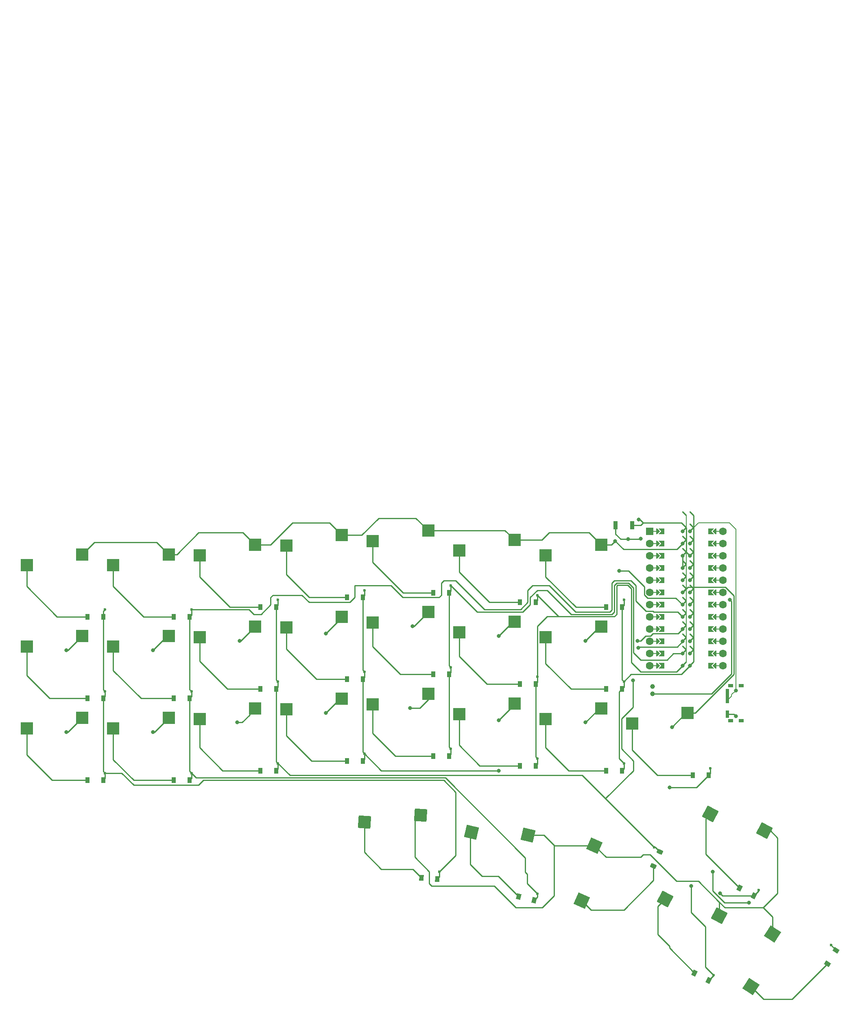
<source format=gbr>
%TF.GenerationSoftware,KiCad,Pcbnew,6.0.7*%
%TF.CreationDate,2022-09-15T23:21:11-04:00*%
%TF.ProjectId,flutter_v2_wren,666c7574-7465-4725-9f76-325f7772656e,v1.0.0*%
%TF.SameCoordinates,Original*%
%TF.FileFunction,Copper,L1,Top*%
%TF.FilePolarity,Positive*%
%FSLAX46Y46*%
G04 Gerber Fmt 4.6, Leading zero omitted, Abs format (unit mm)*
G04 Created by KiCad (PCBNEW 6.0.7) date 2022-09-15 23:21:11*
%MOMM*%
%LPD*%
G01*
G04 APERTURE LIST*
G04 Aperture macros list*
%AMRotRect*
0 Rectangle, with rotation*
0 The origin of the aperture is its center*
0 $1 length*
0 $2 width*
0 $3 Rotation angle, in degrees counterclockwise*
0 Add horizontal line*
21,1,$1,$2,0,0,$3*%
%AMFreePoly0*
4,1,49,0.088388,4.152388,0.854389,3.386388,0.867708,3.368551,0.871189,3.365530,0.871982,3.362827,0.875852,3.357644,0.882333,3.327543,0.891000,3.298000,0.891000,0.766000,0.887805,0.743969,0.888131,0.739371,0.886780,0.736898,0.885852,0.730498,0.869154,0.704638,0.854389,0.677612,0.088388,-0.088388,0.064607,-0.106146,0.062500,-0.108253,0.061385,-0.108552,0.059644,-0.109852,
0.043810,-0.113261,0.000000,-0.125000,-0.004774,-0.123721,-0.009154,-0.124664,-0.028953,-0.117242,-0.062500,-0.108253,-0.068237,-0.102516,-0.075052,-0.099961,-0.087614,-0.083139,-0.108253,-0.062500,-0.111178,-0.051584,-0.117161,-0.043572,-0.118539,-0.024114,-0.125000,0.000000,-0.121239,0.014035,-0.122131,0.026629,-0.113759,0.041953,-0.108253,0.062500,-0.095642,0.075111,-0.088388,0.088388,
0.641000,0.817777,0.641000,3.246223,-0.088388,3.975612,-0.109852,4.004356,-0.124664,4.073154,-0.099961,4.139052,-0.043572,4.181161,0.026629,4.186131,0.088388,4.152388,0.088388,4.152388,$1*%
%AMFreePoly1*
4,1,6,0.600000,0.200000,0.000000,-0.400000,-0.600000,0.200000,-0.600000,0.400000,0.600000,0.400000,0.600000,0.200000,0.600000,0.200000,$1*%
%AMFreePoly2*
4,1,6,0.600000,-0.250000,-0.600000,-0.250000,-0.600000,1.000000,0.000000,0.400000,0.600000,1.000000,0.600000,-0.250000,0.600000,-0.250000,$1*%
%AMFreePoly3*
4,1,5,0.125000,-0.500000,-0.125000,-0.500000,-0.125000,0.500000,0.125000,0.500000,0.125000,-0.500000,0.125000,-0.500000,$1*%
%AMFreePoly4*
4,1,49,0.088388,4.152388,0.850389,3.390388,0.863708,3.372551,0.867189,3.369530,0.867982,3.366827,0.871852,3.361644,0.878333,3.331543,0.887000,3.302000,0.887000,0.762000,0.883805,0.739969,0.884131,0.735371,0.882780,0.732898,0.881852,0.726498,0.865154,0.700638,0.850389,0.673612,0.088388,-0.088388,0.064607,-0.106146,0.062500,-0.108253,0.061385,-0.108552,0.059644,-0.109852,
0.043810,-0.113261,0.000000,-0.125000,-0.004774,-0.123721,-0.009154,-0.124664,-0.028953,-0.117242,-0.062500,-0.108253,-0.068237,-0.102516,-0.075052,-0.099961,-0.087614,-0.083139,-0.108253,-0.062500,-0.111178,-0.051584,-0.117161,-0.043572,-0.118539,-0.024114,-0.125000,0.000000,-0.121239,0.014035,-0.122131,0.026629,-0.113759,0.041953,-0.108253,0.062500,-0.095642,0.075111,-0.088388,0.088388,
0.637000,0.813777,0.637000,3.250223,-0.088388,3.975612,-0.109852,4.004356,-0.124664,4.073154,-0.099961,4.139052,-0.043572,4.181161,0.026629,4.186131,0.088388,4.152388,0.088388,4.152388,$1*%
G04 Aperture macros list end*
%TA.AperFunction,SMDPad,CuDef*%
%ADD10R,2.600000X2.600000*%
%TD*%
%TA.AperFunction,SMDPad,CuDef*%
%ADD11R,0.900000X1.200000*%
%TD*%
%TA.AperFunction,ComponentPad*%
%ADD12C,0.600000*%
%TD*%
%TA.AperFunction,SMDPad,CuDef*%
%ADD13RotRect,2.600000X2.600000X66.000000*%
%TD*%
%TA.AperFunction,SMDPad,CuDef*%
%ADD14RotRect,0.900000X1.200000X246.000000*%
%TD*%
%TA.AperFunction,SMDPad,CuDef*%
%ADD15RotRect,2.600000X2.600000X332.000000*%
%TD*%
%TA.AperFunction,SMDPad,CuDef*%
%ADD16RotRect,0.900000X1.200000X152.000000*%
%TD*%
%TA.AperFunction,SMDPad,CuDef*%
%ADD17RotRect,2.600000X2.600000X57.000000*%
%TD*%
%TA.AperFunction,SMDPad,CuDef*%
%ADD18RotRect,0.900000X1.200000X237.000000*%
%TD*%
%TA.AperFunction,SMDPad,CuDef*%
%ADD19RotRect,2.600000X2.600000X356.000000*%
%TD*%
%TA.AperFunction,SMDPad,CuDef*%
%ADD20RotRect,0.900000X1.200000X176.000000*%
%TD*%
%TA.AperFunction,SMDPad,CuDef*%
%ADD21RotRect,2.600000X2.600000X346.500000*%
%TD*%
%TA.AperFunction,SMDPad,CuDef*%
%ADD22RotRect,0.900000X1.200000X166.500000*%
%TD*%
%TA.AperFunction,SMDPad,CuDef*%
%ADD23FreePoly0,270.000000*%
%TD*%
%TA.AperFunction,ComponentPad*%
%ADD24C,1.600000*%
%TD*%
%TA.AperFunction,SMDPad,CuDef*%
%ADD25FreePoly1,90.000000*%
%TD*%
%TA.AperFunction,SMDPad,CuDef*%
%ADD26FreePoly2,90.000000*%
%TD*%
%TA.AperFunction,SMDPad,CuDef*%
%ADD27FreePoly3,90.000000*%
%TD*%
%TA.AperFunction,ComponentPad*%
%ADD28R,1.600000X1.600000*%
%TD*%
%TA.AperFunction,SMDPad,CuDef*%
%ADD29FreePoly2,270.000000*%
%TD*%
%TA.AperFunction,SMDPad,CuDef*%
%ADD30FreePoly3,270.000000*%
%TD*%
%TA.AperFunction,SMDPad,CuDef*%
%ADD31FreePoly1,270.000000*%
%TD*%
%TA.AperFunction,SMDPad,CuDef*%
%ADD32FreePoly4,90.000000*%
%TD*%
%TA.AperFunction,ComponentPad*%
%ADD33C,0.800000*%
%TD*%
%TA.AperFunction,SMDPad,CuDef*%
%ADD34R,0.900000X1.700000*%
%TD*%
%TA.AperFunction,SMDPad,CuDef*%
%ADD35R,0.700000X1.500000*%
%TD*%
%TA.AperFunction,SMDPad,CuDef*%
%ADD36R,1.000000X0.800000*%
%TD*%
%TA.AperFunction,ComponentPad*%
%ADD37C,1.000000*%
%TD*%
%TA.AperFunction,ViaPad*%
%ADD38C,0.800000*%
%TD*%
%TA.AperFunction,Conductor*%
%ADD39C,0.250000*%
%TD*%
%TA.AperFunction,Conductor*%
%ADD40C,0.200000*%
%TD*%
G04 APERTURE END LIST*
D10*
%TO.P,S1,1*%
%TO.N,P2*%
X3275000Y5950000D03*
%TO.P,S1,2*%
%TO.N,D4*%
X-8275000Y3750000D03*
%TD*%
D11*
%TO.P,D1,1*%
%TO.N,P4*%
X7650000Y-7000000D03*
%TO.P,D1,2*%
%TO.N,D4*%
X4350000Y-7000000D03*
%TD*%
D12*
%TO.P,REF\u002A\u002A,1*%
%TO.N,P4*%
X8000000Y-5500000D03*
%TD*%
D10*
%TO.P,S2,1*%
%TO.N,P1*%
X3275000Y22950000D03*
%TO.P,S2,2*%
%TO.N,D3*%
X-8275000Y20750000D03*
%TD*%
D11*
%TO.P,D2,1*%
%TO.N,P4*%
X7650000Y10000000D03*
%TO.P,D2,2*%
%TO.N,D3*%
X4350000Y10000000D03*
%TD*%
D12*
%TO.P,REF\u002A\u002A,1*%
%TO.N,P4*%
X8000000Y11500000D03*
%TD*%
D10*
%TO.P,S3,1*%
%TO.N,P0*%
X3275000Y39950000D03*
%TO.P,S3,2*%
%TO.N,D2*%
X-8275000Y37750000D03*
%TD*%
D11*
%TO.P,D3,1*%
%TO.N,P4*%
X7650000Y27000000D03*
%TO.P,D3,2*%
%TO.N,D2*%
X4350000Y27000000D03*
%TD*%
D12*
%TO.P,REF\u002A\u002A,1*%
%TO.N,P4*%
X8000000Y28500000D03*
%TD*%
D10*
%TO.P,S4,1*%
%TO.N,P2*%
X21275000Y5950000D03*
%TO.P,S4,2*%
%TO.N,D7*%
X9725000Y3750000D03*
%TD*%
D11*
%TO.P,D4,1*%
%TO.N,P5*%
X25650000Y-7000000D03*
%TO.P,D4,2*%
%TO.N,D7*%
X22350000Y-7000000D03*
%TD*%
D12*
%TO.P,REF\u002A\u002A,1*%
%TO.N,P5*%
X26000000Y-5500000D03*
%TD*%
D10*
%TO.P,S5,1*%
%TO.N,P1*%
X21275000Y22950000D03*
%TO.P,S5,2*%
%TO.N,D6*%
X9725000Y20750000D03*
%TD*%
D11*
%TO.P,D5,1*%
%TO.N,P5*%
X25650000Y10000000D03*
%TO.P,D5,2*%
%TO.N,D6*%
X22350000Y10000000D03*
%TD*%
D12*
%TO.P,REF\u002A\u002A,1*%
%TO.N,P5*%
X26000000Y11500000D03*
%TD*%
D10*
%TO.P,S6,1*%
%TO.N,P0*%
X21275000Y39950000D03*
%TO.P,S6,2*%
%TO.N,D5*%
X9725000Y37750000D03*
%TD*%
D11*
%TO.P,D6,1*%
%TO.N,P5*%
X25650000Y27000000D03*
%TO.P,D6,2*%
%TO.N,D5*%
X22350000Y27000000D03*
%TD*%
D12*
%TO.P,REF\u002A\u002A,1*%
%TO.N,P5*%
X26000000Y28500000D03*
%TD*%
D10*
%TO.P,S7,1*%
%TO.N,P2*%
X39275000Y7950000D03*
%TO.P,S7,2*%
%TO.N,D10*%
X27725000Y5750000D03*
%TD*%
D11*
%TO.P,D7,1*%
%TO.N,P6*%
X43650000Y-5000000D03*
%TO.P,D7,2*%
%TO.N,D10*%
X40350000Y-5000000D03*
%TD*%
D12*
%TO.P,REF\u002A\u002A,1*%
%TO.N,P6*%
X44000000Y-3500000D03*
%TD*%
D10*
%TO.P,S8,1*%
%TO.N,P1*%
X39275000Y24950000D03*
%TO.P,S8,2*%
%TO.N,D9*%
X27725000Y22750000D03*
%TD*%
D11*
%TO.P,D8,1*%
%TO.N,P6*%
X43650000Y12000000D03*
%TO.P,D8,2*%
%TO.N,D9*%
X40350000Y12000000D03*
%TD*%
D12*
%TO.P,REF\u002A\u002A,1*%
%TO.N,P6*%
X44000000Y13500000D03*
%TD*%
D10*
%TO.P,S9,1*%
%TO.N,P0*%
X39275000Y41950000D03*
%TO.P,S9,2*%
%TO.N,D8*%
X27725000Y39750000D03*
%TD*%
D11*
%TO.P,D9,1*%
%TO.N,P6*%
X43650000Y29000000D03*
%TO.P,D9,2*%
%TO.N,D8*%
X40350000Y29000000D03*
%TD*%
D12*
%TO.P,REF\u002A\u002A,1*%
%TO.N,P6*%
X44000000Y30500000D03*
%TD*%
D10*
%TO.P,S10,1*%
%TO.N,P2*%
X57275000Y9950000D03*
%TO.P,S10,2*%
%TO.N,D13*%
X45725000Y7750000D03*
%TD*%
D11*
%TO.P,D10,1*%
%TO.N,P7*%
X61650000Y-3000000D03*
%TO.P,D10,2*%
%TO.N,D13*%
X58350000Y-3000000D03*
%TD*%
D12*
%TO.P,REF\u002A\u002A,1*%
%TO.N,P7*%
X62000000Y-1500000D03*
%TD*%
D10*
%TO.P,S11,1*%
%TO.N,P1*%
X57275000Y26950000D03*
%TO.P,S11,2*%
%TO.N,D12*%
X45725000Y24750000D03*
%TD*%
D11*
%TO.P,D11,1*%
%TO.N,P7*%
X61650000Y14000000D03*
%TO.P,D11,2*%
%TO.N,D12*%
X58350000Y14000000D03*
%TD*%
D12*
%TO.P,REF\u002A\u002A,1*%
%TO.N,P7*%
X62000000Y15500000D03*
%TD*%
D10*
%TO.P,S12,1*%
%TO.N,P0*%
X57275000Y43950000D03*
%TO.P,S12,2*%
%TO.N,D11*%
X45725000Y41750000D03*
%TD*%
D11*
%TO.P,D12,1*%
%TO.N,P7*%
X61650000Y31000000D03*
%TO.P,D12,2*%
%TO.N,D11*%
X58350000Y31000000D03*
%TD*%
D12*
%TO.P,REF\u002A\u002A,1*%
%TO.N,P7*%
X62000000Y32500000D03*
%TD*%
D10*
%TO.P,S13,1*%
%TO.N,P2*%
X75275000Y10950000D03*
%TO.P,S13,2*%
%TO.N,D16*%
X63725000Y8750000D03*
%TD*%
D11*
%TO.P,D13,1*%
%TO.N,P8*%
X79650000Y-2000000D03*
%TO.P,D13,2*%
%TO.N,D16*%
X76350000Y-2000000D03*
%TD*%
D12*
%TO.P,REF\u002A\u002A,1*%
%TO.N,P8*%
X80000000Y-500000D03*
%TD*%
D10*
%TO.P,S14,1*%
%TO.N,P1*%
X75275000Y27950000D03*
%TO.P,S14,2*%
%TO.N,D15*%
X63725000Y25750000D03*
%TD*%
D11*
%TO.P,D14,1*%
%TO.N,P8*%
X79650000Y15000000D03*
%TO.P,D14,2*%
%TO.N,D15*%
X76350000Y15000000D03*
%TD*%
D12*
%TO.P,REF\u002A\u002A,1*%
%TO.N,P8*%
X80000000Y16500000D03*
%TD*%
D10*
%TO.P,S15,1*%
%TO.N,P0*%
X75275000Y44950000D03*
%TO.P,S15,2*%
%TO.N,D14*%
X63725000Y42750000D03*
%TD*%
D11*
%TO.P,D15,1*%
%TO.N,P8*%
X79650000Y32000000D03*
%TO.P,D15,2*%
%TO.N,D14*%
X76350000Y32000000D03*
%TD*%
D12*
%TO.P,REF\u002A\u002A,1*%
%TO.N,P8*%
X80000000Y33500000D03*
%TD*%
D10*
%TO.P,S16,1*%
%TO.N,P2*%
X93275000Y8950000D03*
%TO.P,S16,2*%
%TO.N,D19*%
X81725000Y6750000D03*
%TD*%
D11*
%TO.P,D16,1*%
%TO.N,P9*%
X97650000Y-4000000D03*
%TO.P,D16,2*%
%TO.N,D19*%
X94350000Y-4000000D03*
%TD*%
D12*
%TO.P,REF\u002A\u002A,1*%
%TO.N,P9*%
X98000000Y-2500000D03*
%TD*%
D10*
%TO.P,S17,1*%
%TO.N,P1*%
X93275000Y25950000D03*
%TO.P,S17,2*%
%TO.N,D18*%
X81725000Y23750000D03*
%TD*%
D11*
%TO.P,D17,1*%
%TO.N,P9*%
X97650000Y13000000D03*
%TO.P,D17,2*%
%TO.N,D18*%
X94350000Y13000000D03*
%TD*%
D12*
%TO.P,REF\u002A\u002A,1*%
%TO.N,P9*%
X98000000Y14500000D03*
%TD*%
D10*
%TO.P,S18,1*%
%TO.N,P0*%
X93275000Y42950000D03*
%TO.P,S18,2*%
%TO.N,D17*%
X81725000Y40750000D03*
%TD*%
D11*
%TO.P,D18,1*%
%TO.N,P9*%
X97650000Y30000000D03*
%TO.P,D18,2*%
%TO.N,D17*%
X94350000Y30000000D03*
%TD*%
D12*
%TO.P,REF\u002A\u002A,1*%
%TO.N,P9*%
X98000000Y31500000D03*
%TD*%
D10*
%TO.P,S19,1*%
%TO.N,P2*%
X111275000Y7950000D03*
%TO.P,S19,2*%
%TO.N,D22*%
X99725000Y5750000D03*
%TD*%
D11*
%TO.P,D19,1*%
%TO.N,P10*%
X115650000Y-5000000D03*
%TO.P,D19,2*%
%TO.N,D22*%
X112350000Y-5000000D03*
%TD*%
D12*
%TO.P,REF\u002A\u002A,1*%
%TO.N,P10*%
X116000000Y-3500000D03*
%TD*%
D10*
%TO.P,S20,1*%
%TO.N,P1*%
X111275000Y24950000D03*
%TO.P,S20,2*%
%TO.N,D21*%
X99725000Y22750000D03*
%TD*%
D11*
%TO.P,D20,1*%
%TO.N,P10*%
X115650000Y12000000D03*
%TO.P,D20,2*%
%TO.N,D21*%
X112350000Y12000000D03*
%TD*%
D12*
%TO.P,REF\u002A\u002A,1*%
%TO.N,P10*%
X116000000Y13500000D03*
%TD*%
D10*
%TO.P,S21,1*%
%TO.N,P0*%
X111275000Y41950000D03*
%TO.P,S21,2*%
%TO.N,D20*%
X99725000Y39750000D03*
%TD*%
D11*
%TO.P,D21,1*%
%TO.N,P10*%
X115650000Y29000000D03*
%TO.P,D21,2*%
%TO.N,D20*%
X112350000Y29000000D03*
%TD*%
D12*
%TO.P,REF\u002A\u002A,1*%
%TO.N,P10*%
X116000000Y30500000D03*
%TD*%
D13*
%TO.P,S22,1*%
%TO.N,P3*%
X109896467Y-20588056D03*
%TO.P,S22,2*%
%TO.N,D23*%
X107208459Y-32034326D03*
%TD*%
D14*
%TO.P,D22,1*%
%TO.N,P6*%
X123506353Y-21858534D03*
%TO.P,D22,2*%
%TO.N,D23*%
X122164123Y-24873234D03*
%TD*%
D12*
%TO.P,REF\u002A\u002A,1*%
%TO.N,P6*%
X122278393Y-20928688D03*
%TD*%
D15*
%TO.P,S23,1*%
%TO.N,P3*%
X135840888Y-35169150D03*
%TO.P,S23,2*%
%TO.N,D25*%
X124610006Y-31689238D03*
%TD*%
D16*
%TO.P,D23,1*%
%TO.N,P7*%
X133624127Y-48657260D03*
%TO.P,D23,2*%
%TO.N,D25*%
X130710399Y-47108004D03*
%TD*%
D12*
%TO.P,REF\u002A\u002A,1*%
%TO.N,P7*%
X134637366Y-47497153D03*
%TD*%
D15*
%TO.P,S24,1*%
%TO.N,P3*%
X145230319Y-17510198D03*
%TO.P,S24,2*%
%TO.N,D24*%
X133999437Y-14030286D03*
%TD*%
D16*
%TO.P,D24,1*%
%TO.N,P8*%
X143013559Y-30998308D03*
%TO.P,D24,2*%
%TO.N,D24*%
X140099831Y-29449052D03*
%TD*%
D12*
%TO.P,REF\u002A\u002A,1*%
%TO.N,P8*%
X144026797Y-29838202D03*
%TD*%
D17*
%TO.P,S25,1*%
%TO.N,P3*%
X146927794Y-38990298D03*
%TO.P,S25,2*%
%TO.N,D26*%
X142482288Y-49875149D03*
%TD*%
D18*
%TO.P,D25,1*%
%TO.N,P9*%
X160171373Y-42374190D03*
%TO.P,D25,2*%
%TO.N,D26*%
X158374065Y-45141802D03*
%TD*%
D12*
%TO.P,REF\u002A\u002A,1*%
%TO.N,P9*%
X159103991Y-41263696D03*
%TD*%
D10*
%TO.P,S26,1*%
%TO.N,P3*%
X129275000Y6950000D03*
%TO.P,S26,2*%
%TO.N,D27*%
X117725000Y4750000D03*
%TD*%
D11*
%TO.P,D26,1*%
%TO.N,P10*%
X133650000Y-6000000D03*
%TO.P,D26,2*%
%TO.N,D27*%
X130350000Y-6000000D03*
%TD*%
D12*
%TO.P,REF\u002A\u002A,1*%
%TO.N,P10*%
X134000000Y-4500000D03*
%TD*%
D19*
%TO.P,S27,1*%
%TO.N,P3*%
X73682073Y-14292946D03*
%TO.P,S27,2*%
%TO.N,D28*%
X62006744Y-15681900D03*
%TD*%
D20*
%TO.P,D27,1*%
%TO.N,P4*%
X77143070Y-27516585D03*
%TO.P,D27,2*%
%TO.N,D28*%
X73851108Y-27286389D03*
%TD*%
D12*
%TO.P,REF\u002A\u002A,1*%
%TO.N,P4*%
X77596852Y-26044654D03*
%TD*%
D21*
%TO.P,S28,1*%
%TO.N,P3*%
X96073511Y-18378933D03*
%TO.P,S28,2*%
%TO.N,D29*%
X84329059Y-17821852D03*
%TD*%
D22*
%TO.P,D28,1*%
%TO.N,P5*%
X97304512Y-31992447D03*
%TO.P,D28,2*%
%TO.N,D29*%
X94095692Y-31222077D03*
%TD*%
D12*
%TO.P,REF\u002A\u002A,1*%
%TO.N,P5*%
X97995010Y-30615598D03*
%TD*%
D23*
%TO.P,MCU1,2*%
%TO.N,GND*%
X129762000Y42180000D03*
D24*
%TO.P,MCU1,*%
%TO.N,*%
X121380000Y44720000D03*
X121380000Y42180000D03*
X121380000Y39640000D03*
X121380000Y37100000D03*
X121380000Y34560000D03*
X121380000Y32020000D03*
X121380000Y29480000D03*
X121380000Y26940000D03*
X121380000Y24400000D03*
X121380000Y21860000D03*
X121380000Y19320000D03*
X121380000Y16780000D03*
X136620000Y16780000D03*
X136620000Y19320000D03*
X136620000Y21860000D03*
X136620000Y24400000D03*
X136620000Y26940000D03*
X136620000Y29480000D03*
X136620000Y32020000D03*
X136620000Y34560000D03*
X136620000Y37100000D03*
X136620000Y39640000D03*
X136620000Y42180000D03*
X136620000Y44720000D03*
D25*
X123158000Y44720000D03*
D26*
%TO.P,MCU1,24*%
%TO.N,P1*%
X124174000Y44720000D03*
D27*
%TO.P,MCU1,*%
%TO.N,*%
X122650000Y44720000D03*
D28*
X121380000Y44720000D03*
D27*
X122650000Y42180000D03*
D25*
X123158000Y42180000D03*
D26*
%TO.P,MCU1,23*%
%TO.N,P0*%
X124174000Y42180000D03*
D27*
%TO.P,MCU1,*%
%TO.N,*%
X122650000Y39640000D03*
D25*
X123158000Y39640000D03*
D26*
%TO.P,MCU1,22*%
%TO.N,GND*%
X124174000Y39640000D03*
D27*
%TO.P,MCU1,*%
%TO.N,*%
X122650000Y37100000D03*
D25*
X123158000Y37100000D03*
D26*
%TO.P,MCU1,21*%
%TO.N,GND*%
X124174000Y37100000D03*
D27*
%TO.P,MCU1,*%
%TO.N,*%
X122650000Y34560000D03*
D25*
X123158000Y34560000D03*
D26*
%TO.P,MCU1,20*%
%TO.N,P2*%
X124174000Y34560000D03*
D27*
%TO.P,MCU1,*%
%TO.N,*%
X122650000Y32020000D03*
D25*
X123158000Y32020000D03*
D26*
%TO.P,MCU1,19*%
%TO.N,P3*%
X124174000Y32020000D03*
D27*
%TO.P,MCU1,*%
%TO.N,*%
X122650000Y29480000D03*
D25*
X123158000Y29480000D03*
D26*
%TO.P,MCU1,18*%
%TO.N,P4*%
X124174000Y29480000D03*
D27*
%TO.P,MCU1,*%
%TO.N,*%
X122650000Y26940000D03*
D25*
X123158000Y26940000D03*
D26*
%TO.P,MCU1,17*%
%TO.N,P5*%
X124174000Y26940000D03*
D27*
%TO.P,MCU1,*%
%TO.N,*%
X122650000Y24400000D03*
D25*
X123158000Y24400000D03*
D26*
%TO.P,MCU1,16*%
%TO.N,P6*%
X124174000Y24400000D03*
D27*
%TO.P,MCU1,*%
%TO.N,*%
X122650000Y21860000D03*
D25*
X123158000Y21860000D03*
D26*
%TO.P,MCU1,15*%
%TO.N,P7*%
X124174000Y21860000D03*
D27*
%TO.P,MCU1,*%
%TO.N,*%
X122650000Y19320000D03*
D25*
X123158000Y19320000D03*
D26*
%TO.P,MCU1,14*%
%TO.N,P8*%
X124174000Y19320000D03*
D27*
%TO.P,MCU1,*%
%TO.N,*%
X122650000Y16780000D03*
D25*
X123158000Y16780000D03*
D26*
%TO.P,MCU1,13*%
%TO.N,P9*%
X124174000Y16780000D03*
D29*
%TO.P,MCU1,1*%
%TO.N,RAW*%
X133826000Y44720000D03*
%TO.P,MCU1,3*%
%TO.N,RST*%
X133826000Y39640000D03*
D30*
%TO.P,MCU1,*%
%TO.N,*%
X135350000Y39640000D03*
D31*
X134842000Y39640000D03*
X134842000Y44720000D03*
D30*
X135350000Y42180000D03*
D29*
%TO.P,MCU1,2*%
%TO.N,GND*%
X133826000Y42180000D03*
D30*
%TO.P,MCU1,*%
%TO.N,*%
X135350000Y44720000D03*
D29*
%TO.P,MCU1,4*%
%TO.N,VCC*%
X133826000Y37100000D03*
D31*
%TO.P,MCU1,*%
%TO.N,*%
X134842000Y42180000D03*
X134842000Y37100000D03*
D29*
%TO.P,MCU1,6*%
%TO.N,P20*%
X133826000Y32020000D03*
%TO.P,MCU1,7*%
%TO.N,P19*%
X133826000Y29480000D03*
D30*
%TO.P,MCU1,*%
%TO.N,*%
X135350000Y16780000D03*
D31*
X134842000Y29480000D03*
D30*
X135350000Y21860000D03*
D29*
%TO.P,MCU1,8*%
%TO.N,P18*%
X133826000Y26940000D03*
D30*
%TO.P,MCU1,*%
%TO.N,*%
X135350000Y29480000D03*
D29*
%TO.P,MCU1,12*%
%TO.N,P10*%
X133826000Y16780000D03*
D31*
%TO.P,MCU1,*%
%TO.N,*%
X134842000Y26940000D03*
D30*
X135350000Y24400000D03*
D31*
X134842000Y16780000D03*
D30*
X135350000Y34560000D03*
X135350000Y26940000D03*
X135350000Y32020000D03*
D29*
%TO.P,MCU1,9*%
%TO.N,P15*%
X133826000Y24400000D03*
D30*
%TO.P,MCU1,*%
%TO.N,*%
X135350000Y37100000D03*
D31*
X134842000Y34560000D03*
X134842000Y32020000D03*
X134842000Y24400000D03*
D29*
%TO.P,MCU1,10*%
%TO.N,P14*%
X133826000Y21860000D03*
D31*
%TO.P,MCU1,*%
%TO.N,*%
X134842000Y21860000D03*
X134842000Y19320000D03*
D29*
%TO.P,MCU1,11*%
%TO.N,P16*%
X133826000Y19320000D03*
D30*
%TO.P,MCU1,*%
%TO.N,*%
X135350000Y19320000D03*
D29*
%TO.P,MCU1,5*%
%TO.N,P21*%
X133826000Y34560000D03*
D32*
%TO.P,MCU1,23*%
%TO.N,P0*%
X128238000Y42180000D03*
D33*
%TO.P,MCU1,2*%
%TO.N,GND*%
X129762000Y42180000D03*
%TO.P,MCU1,23*%
%TO.N,P0*%
X128238000Y42180000D03*
%TO.P,MCU1,24*%
%TO.N,P1*%
X128238000Y44720000D03*
%TO.P,MCU1,1*%
%TO.N,RAW*%
X129762000Y44720000D03*
D23*
X129762000Y44720000D03*
D32*
%TO.P,MCU1,24*%
%TO.N,P1*%
X128238000Y44720000D03*
D33*
%TO.P,MCU1,22*%
%TO.N,GND*%
X128238000Y39640000D03*
%TO.P,MCU1,3*%
%TO.N,RST*%
X129762000Y39640000D03*
D23*
X129762000Y39640000D03*
D32*
%TO.P,MCU1,22*%
%TO.N,GND*%
X128238000Y39640000D03*
D33*
%TO.P,MCU1,21*%
X128238000Y37100000D03*
%TO.P,MCU1,4*%
%TO.N,VCC*%
X129762000Y37100000D03*
D23*
X129762000Y37100000D03*
D32*
%TO.P,MCU1,21*%
%TO.N,GND*%
X128238000Y37100000D03*
D33*
%TO.P,MCU1,20*%
%TO.N,P2*%
X128238000Y34560000D03*
%TO.P,MCU1,5*%
%TO.N,P21*%
X129762000Y34560000D03*
D23*
X129762000Y34560000D03*
D32*
%TO.P,MCU1,20*%
%TO.N,P2*%
X128238000Y34560000D03*
D33*
%TO.P,MCU1,19*%
%TO.N,P3*%
X128238000Y32020000D03*
%TO.P,MCU1,6*%
%TO.N,P20*%
X129762000Y32020000D03*
D23*
X129762000Y32020000D03*
D32*
%TO.P,MCU1,19*%
%TO.N,P3*%
X128238000Y32020000D03*
D33*
%TO.P,MCU1,18*%
%TO.N,P4*%
X128238000Y29480000D03*
%TO.P,MCU1,7*%
%TO.N,P19*%
X129762000Y29480000D03*
D23*
X129762000Y29480000D03*
D32*
%TO.P,MCU1,18*%
%TO.N,P4*%
X128238000Y29480000D03*
D33*
%TO.P,MCU1,17*%
%TO.N,P5*%
X128238000Y26940000D03*
%TO.P,MCU1,8*%
%TO.N,P18*%
X129762000Y26940000D03*
D23*
X129762000Y26940000D03*
D32*
%TO.P,MCU1,17*%
%TO.N,P5*%
X128238000Y26940000D03*
D33*
%TO.P,MCU1,16*%
%TO.N,P6*%
X128238000Y24400000D03*
%TO.P,MCU1,9*%
%TO.N,P15*%
X129762000Y24400000D03*
D23*
X129762000Y24400000D03*
D32*
%TO.P,MCU1,16*%
%TO.N,P6*%
X128238000Y24400000D03*
D33*
%TO.P,MCU1,15*%
%TO.N,P7*%
X128238000Y21860000D03*
%TO.P,MCU1,10*%
%TO.N,P14*%
X129762000Y21860000D03*
D23*
X129762000Y21860000D03*
D32*
%TO.P,MCU1,15*%
%TO.N,P7*%
X128238000Y21860000D03*
D33*
%TO.P,MCU1,14*%
%TO.N,P8*%
X128238000Y19320000D03*
%TO.P,MCU1,11*%
%TO.N,P16*%
X129762000Y19320000D03*
D23*
X129762000Y19320000D03*
D32*
%TO.P,MCU1,14*%
%TO.N,P8*%
X128238000Y19320000D03*
D33*
%TO.P,MCU1,13*%
%TO.N,P9*%
X128238000Y16780000D03*
%TO.P,MCU1,12*%
%TO.N,P10*%
X129762000Y16780000D03*
D23*
X129762000Y16780000D03*
D32*
%TO.P,MCU1,13*%
%TO.N,P9*%
X128238000Y16780000D03*
%TD*%
D34*
%TO.P,,1*%
%TO.N,RST*%
X117700000Y46000000D03*
%TO.P,,2*%
%TO.N,GND*%
X114300000Y46000000D03*
%TD*%
D35*
%TO.P,,1*%
%TO.N,pos*%
X137570000Y6750000D03*
%TO.P,,2*%
%TO.N,RAW*%
X137570000Y9750000D03*
%TO.P,,3*%
%TO.N,N/C*%
X137570000Y11250000D03*
D36*
%TO.P,,*%
%TO.N,*%
X140430000Y5350000D03*
X140430000Y12650000D03*
X138220000Y12650000D03*
X138220000Y5350000D03*
%TD*%
D37*
%TO.P,,1*%
%TO.N,pos*%
X122000000Y12500000D03*
%TO.P,,2*%
%TO.N,GND*%
X122000000Y11000000D03*
%TD*%
D38*
%TO.N,P10*%
X125500000Y-8500000D03*
%TO.N,P9*%
X142000000Y-32500000D03*
X134500000Y-26000000D03*
%TO.N,P8*%
X136000000Y-30500000D03*
%TO.N,P7*%
X130000000Y-29000000D03*
X90000000Y-5000000D03*
%TO.N,P6*%
X118859548Y21989442D03*
X117889465Y13778032D03*
%TO.N,GND*%
X138055890Y30555890D03*
%TO.N,P4*%
X115000000Y36500000D03*
%TO.N,GND*%
X119552125Y43187971D03*
X116889685Y43159942D03*
%TO.N,RST*%
X119053439Y47175000D03*
%TO.N,P7*%
X119000000Y20500000D03*
%TO.N,pos*%
X139306786Y6343261D03*
%TO.N,RAW*%
X139303520Y11682664D03*
%TO.N,P3*%
X126000000Y4000000D03*
%TO.N,P2*%
X108000000Y5000000D03*
X90000000Y5500000D03*
X71500000Y8000000D03*
X54000000Y7000000D03*
X35500000Y5000000D03*
X18000000Y3000000D03*
X0Y3000000D03*
%TO.N,P1*%
X108000000Y22000000D03*
X90000000Y23000000D03*
X72000000Y25000000D03*
X54000000Y23500000D03*
X36000000Y22000000D03*
X18000000Y20000000D03*
X0Y20000000D03*
%TO.N,P0*%
X114185211Y42748391D03*
%TD*%
D39*
%TO.N,P10*%
X125500000Y-8500000D02*
X131150000Y-8500000D01*
X131150000Y-8500000D02*
X133650000Y-6000000D01*
%TO.N,P9*%
X136974695Y-32500000D02*
X142000000Y-32500000D01*
X134500000Y-30025305D02*
X136974695Y-32500000D01*
X134500000Y-26000000D02*
X134500000Y-30025305D01*
%TO.N,P8*%
X136000000Y-30500000D02*
X136498308Y-30998308D01*
X136498308Y-30998308D02*
X143013559Y-30998308D01*
%TO.N,P7*%
X130000000Y-29000000D02*
X130000000Y-34500000D01*
X130000000Y-34500000D02*
X133000000Y-37500000D01*
X133000000Y-37500000D02*
X133000000Y-45859787D01*
X133000000Y-45859787D02*
X134637366Y-47497153D01*
X65500000Y-5000000D02*
X90000000Y-5000000D01*
X62000000Y-1500000D02*
X65500000Y-5000000D01*
%TO.N,P6*%
X119489442Y21989442D02*
X120500000Y23000000D01*
X120500000Y23000000D02*
X121570991Y23000000D01*
X118859548Y21989442D02*
X119489442Y21989442D01*
X121570991Y23000000D02*
X122070991Y23500000D01*
X122070991Y23500000D02*
X127338000Y23500000D01*
X127338000Y23500000D02*
X128238000Y24400000D01*
X115500000Y-500000D02*
X115500000Y5775000D01*
X118000000Y-5000000D02*
X118000000Y-4000000D01*
X117889465Y8164465D02*
X117889465Y13778032D01*
X112174853Y-10825147D02*
X118000000Y-5000000D01*
X107349705Y-6000000D02*
X112174853Y-10825147D01*
X115500000Y5775000D02*
X117889465Y8164465D01*
X112174853Y-10825147D02*
X122278393Y-20928688D01*
X118000000Y-4000000D02*
X118000000Y-3000000D01*
X118000000Y-3000000D02*
X115500000Y-500000D01*
%TO.N,P10*%
X115650000Y12000000D02*
X115000000Y11350000D01*
X115000000Y11350000D02*
X115000000Y-2500000D01*
X115000000Y-2500000D02*
X116000000Y-3500000D01*
%TO.N,GND*%
X138055890Y30555890D02*
X137877512Y30734268D01*
X138428520Y30183260D02*
X138055890Y30555890D01*
X138428520Y15189916D02*
X138428520Y30183260D01*
X138369302Y15130698D02*
X138428520Y15189916D01*
X122000000Y11000000D02*
X134238604Y11000000D01*
X134238604Y11000000D02*
X138369302Y15130698D01*
%TO.N,P5*%
X59000000Y30000000D02*
X50500000Y30000000D01*
X60000000Y31000000D02*
X59000000Y30000000D01*
X78500000Y34500000D02*
X78000000Y34000000D01*
X70000000Y31000000D02*
X67500000Y33500000D01*
X77500000Y31000000D02*
X70000000Y31000000D01*
X78000000Y34000000D02*
X78000000Y31500000D01*
X78000000Y31500000D02*
X77500000Y31000000D01*
X50500000Y30000000D02*
X49003506Y31496494D01*
X81000000Y34500000D02*
X78500000Y34500000D01*
X87000000Y28500000D02*
X81000000Y34500000D01*
X94500000Y28500000D02*
X87000000Y28500000D01*
X122232500Y28000000D02*
X122059731Y28172769D01*
X96000000Y30000000D02*
X94500000Y28500000D01*
X40500000Y27500000D02*
X39000000Y27500000D01*
X96000000Y32500000D02*
X96000000Y30000000D01*
X42500000Y29500000D02*
X40500000Y27500000D01*
X97000000Y33500000D02*
X96000000Y32500000D01*
X100500000Y33500000D02*
X97000000Y33500000D01*
X128238000Y26940000D02*
X127178000Y28000000D01*
X113500000Y28450000D02*
X113050000Y28000000D01*
X127178000Y28000000D02*
X122232500Y28000000D01*
X117500000Y34500000D02*
X114000000Y34500000D01*
X120601667Y28172769D02*
X118500000Y30274436D01*
X122059731Y28172769D02*
X120601667Y28172769D01*
X67500000Y33500000D02*
X60000000Y33500000D01*
X113500000Y34000000D02*
X113500000Y28450000D01*
X118500000Y33500000D02*
X117500000Y34500000D01*
X114000000Y34500000D02*
X113500000Y34000000D01*
X60000000Y33500000D02*
X60000000Y31000000D01*
X39000000Y27500000D02*
X38000000Y28500000D01*
X113050000Y28000000D02*
X106000000Y28000000D01*
X118500000Y30274436D02*
X118500000Y33500000D01*
X106000000Y28000000D02*
X100500000Y33500000D01*
X49003506Y31496494D02*
X42996494Y31496494D01*
X42996494Y31496494D02*
X42500000Y31000000D01*
X42500000Y31000000D02*
X42500000Y29500000D01*
X38000000Y28500000D02*
X26000000Y28500000D01*
%TO.N,P4*%
X115000000Y36500000D02*
X117000000Y36500000D01*
X120914009Y30895000D02*
X126823000Y30895000D01*
X117000000Y36500000D02*
X120255000Y33245000D01*
X126823000Y30895000D02*
X128238000Y29480000D01*
X120255000Y33245000D02*
X120255000Y31554009D01*
X120255000Y31554009D02*
X120914009Y30895000D01*
%TO.N,P8*%
X114000000Y33500000D02*
X114500000Y34000000D01*
X114000000Y28000000D02*
X114000000Y33500000D01*
X114500000Y34000000D02*
X117000000Y34000000D01*
X117000000Y34000000D02*
X118000000Y33000000D01*
X100003506Y32496494D02*
X105000000Y27500000D01*
X105000000Y27500000D02*
X113500000Y27500000D01*
X80000000Y33500000D02*
X85500000Y28000000D01*
X97996494Y32496494D02*
X100003506Y32496494D01*
X113500000Y27500000D02*
X114000000Y28000000D01*
X96500000Y31000000D02*
X97996494Y32496494D01*
X96500000Y29500000D02*
X96500000Y31000000D01*
X95000000Y28000000D02*
X96500000Y29500000D01*
X85500000Y28000000D02*
X95000000Y28000000D01*
X118000000Y33000000D02*
X118000000Y19500000D01*
X118000000Y19500000D02*
X119500000Y18000000D01*
X119500000Y18000000D02*
X125000000Y18000000D01*
X125000000Y18000000D02*
X126320000Y19320000D01*
X126320000Y19320000D02*
X128238000Y19320000D01*
%TO.N,P9*%
X103550000Y27050000D02*
X114050000Y27050000D01*
X114050000Y27050000D02*
X114500000Y27500000D01*
X114500000Y27500000D02*
X114500000Y33363604D01*
X114500000Y33363604D02*
X114686396Y33550000D01*
X114686396Y33550000D02*
X116813604Y33550000D01*
X119500000Y15500000D02*
X126958000Y15500000D01*
X126958000Y15500000D02*
X128238000Y16780000D01*
X116813604Y33550000D02*
X117550000Y32813604D01*
X117550000Y32813604D02*
X117550000Y17450000D01*
X117550000Y17450000D02*
X119500000Y15500000D01*
X100050000Y27050000D02*
X103550000Y27050000D01*
X98000000Y31500000D02*
X102450000Y27050000D01*
X102450000Y27050000D02*
X103550000Y27050000D01*
X97650000Y30000000D02*
X97500000Y29850000D01*
%TO.N,GND*%
X128238000Y39640000D02*
X128238000Y37100000D01*
X119524096Y43159942D02*
X116889685Y43159942D01*
X119552125Y43187971D02*
X119524096Y43159942D01*
%TO.N,P0*%
X127058000Y41000000D02*
X128238000Y42180000D01*
X113386820Y41950000D02*
X111275000Y41950000D01*
X114185211Y42748391D02*
X115933602Y41000000D01*
X114185211Y42748391D02*
X113386820Y41950000D01*
X115933602Y41000000D02*
X127058000Y41000000D01*
%TO.N,GND*%
X114300000Y44200000D02*
X114300000Y46000000D01*
X116889685Y43159942D02*
X115340058Y43159942D01*
X115340058Y43159942D02*
X114300000Y44200000D01*
%TO.N,RST*%
X120000000Y46500000D02*
X119325000Y47175000D01*
X119325000Y47175000D02*
X119053439Y47175000D01*
%TO.N,P9*%
X98000000Y14500000D02*
X98000000Y25000000D01*
X98000000Y25000000D02*
X100050000Y27050000D01*
%TO.N,RST*%
X117700000Y46000000D02*
X119500000Y46000000D01*
X120000000Y46500000D02*
X128000000Y46500000D01*
X119500000Y46000000D02*
X120000000Y46500000D01*
X128000000Y46500000D02*
X129000000Y45500000D01*
X129000000Y45500000D02*
X129000000Y40402000D01*
X129000000Y40402000D02*
X129762000Y39640000D01*
%TO.N,P10*%
X116000000Y13500000D02*
X117500000Y15000000D01*
X117500000Y15000000D02*
X127982000Y15000000D01*
X127982000Y15000000D02*
X129762000Y16780000D01*
%TO.N,P7*%
X119235000Y20735000D02*
X127113000Y20735000D01*
X127113000Y20735000D02*
X128238000Y21860000D01*
X119000000Y20500000D02*
X119235000Y20735000D01*
%TO.N,P3*%
X129275000Y6950000D02*
X130825000Y6950000D01*
X130825000Y6950000D02*
X138878520Y15003520D01*
X138878520Y15003520D02*
X138878520Y31352471D01*
X138878520Y31352471D02*
X137085991Y33145000D01*
X129363000Y33145000D02*
X128238000Y32020000D01*
X137085991Y33145000D02*
X129363000Y33145000D01*
%TO.N,P10*%
X134000000Y-4500000D02*
X134000000Y-5650000D01*
X134000000Y-5650000D02*
X133650000Y-6000000D01*
%TO.N,P8*%
X144026797Y-29838202D02*
X144026797Y-29985070D01*
X144026797Y-29985070D02*
X143013559Y-30998308D01*
%TO.N,P9*%
X159103991Y-41263696D02*
X159103991Y-41306808D01*
X159103991Y-41306808D02*
X160171373Y-42374190D01*
%TO.N,P3*%
X145000000Y-33500000D02*
X146927794Y-35427794D01*
X146927794Y-35427794D02*
X146927794Y-38990298D01*
X148000000Y-30500000D02*
X148000000Y-19000000D01*
X145000000Y-33500000D02*
X148000000Y-30500000D01*
X135840888Y-32340888D02*
X137000000Y-33500000D01*
X148000000Y-19000000D02*
X146510198Y-17510198D01*
X137000000Y-33500000D02*
X145000000Y-33500000D01*
X146510198Y-17510198D02*
X145230319Y-17510198D01*
X109896467Y-20588056D02*
X112308411Y-23000000D01*
X112308411Y-23000000D02*
X119500000Y-23000000D01*
X119500000Y-23000000D02*
X120000000Y-22500000D01*
X120000000Y-22500000D02*
X121500000Y-22500000D01*
X121500000Y-22500000D02*
X127000000Y-28000000D01*
X131500000Y-28000000D02*
X135840888Y-32340888D01*
X127000000Y-28000000D02*
X131500000Y-28000000D01*
X135840888Y-32340888D02*
X135840888Y-35169150D01*
X101500000Y-20500000D02*
X101588056Y-20588056D01*
X101588056Y-20588056D02*
X109896467Y-20588056D01*
X73682073Y-14292946D02*
X72500000Y-15475019D01*
X72500000Y-15475019D02*
X72500000Y-23000000D01*
X72500000Y-23000000D02*
X75500000Y-26000000D01*
X75500000Y-26000000D02*
X75500000Y-28500000D01*
X75500000Y-28500000D02*
X76000000Y-29000000D01*
X76000000Y-29000000D02*
X89000000Y-29000000D01*
X89000000Y-29000000D02*
X93500000Y-33500000D01*
X93500000Y-33500000D02*
X99000000Y-33500000D01*
X99000000Y-33500000D02*
X101500000Y-31000000D01*
X101500000Y-31000000D02*
X101500000Y-20500000D01*
X101500000Y-20500000D02*
X99378933Y-18378933D01*
X99378933Y-18378933D02*
X96073511Y-18378933D01*
%TO.N,P6*%
X122278393Y-20928688D02*
X122576507Y-20928688D01*
X122576507Y-20928688D02*
X123506353Y-21858534D01*
%TO.N,P7*%
X134637366Y-47497153D02*
X134637366Y-47644021D01*
X134637366Y-47644021D02*
X133624127Y-48657260D01*
%TO.N,P5*%
X97995010Y-30615598D02*
X97995010Y-31301949D01*
X97995010Y-31301949D02*
X97304512Y-31992447D01*
%TO.N,P4*%
X77596852Y-26044654D02*
X77596852Y-27062803D01*
X77596852Y-27062803D02*
X77143070Y-27516585D01*
X78500000Y-7000000D02*
X81000000Y-9500000D01*
X11500000Y-5500000D02*
X14000000Y-8000000D01*
X8000000Y-5500000D02*
X11500000Y-5500000D01*
X28500000Y-7000000D02*
X78500000Y-7000000D01*
X14000000Y-8000000D02*
X27500000Y-8000000D01*
X27500000Y-8000000D02*
X28500000Y-7000000D01*
X81000000Y-9500000D02*
X81000000Y-22641506D01*
X81000000Y-22641506D02*
X77596852Y-26044654D01*
%TO.N,P5*%
X26000000Y-5500000D02*
X27000000Y-6500000D01*
X95500000Y-26120588D02*
X95879412Y-26500000D01*
X27000000Y-6500000D02*
X78868996Y-6500000D01*
X78868996Y-6500000D02*
X95500000Y-23131004D01*
X95500000Y-23131004D02*
X95500000Y-26120588D01*
X95879412Y-26500000D02*
X95879412Y-28500000D01*
X95879412Y-28500000D02*
X97995010Y-30615598D01*
%TO.N,P6*%
X44000000Y-3500000D02*
X46500000Y-6000000D01*
X46500000Y-6000000D02*
X107349705Y-6000000D01*
D40*
%TO.N,RAW*%
X139303520Y11682664D02*
X138420993Y10800137D01*
X138420993Y10800137D02*
X138420993Y10420993D01*
X138420993Y10420993D02*
X137750000Y9750000D01*
X137750000Y9750000D02*
X137570000Y9750000D01*
X139303520Y45196480D02*
X138000000Y46500000D01*
X139303520Y11682664D02*
X139303520Y45196480D01*
X138000000Y46500000D02*
X131542000Y46500000D01*
X131542000Y46500000D02*
X129762000Y44720000D01*
D39*
%TO.N,pos*%
X138900047Y6750000D02*
X139306786Y6343261D01*
X137570000Y6750000D02*
X138900047Y6750000D01*
D40*
%TO.N,RAW*%
X138870856Y11250000D02*
X139303520Y11682664D01*
D39*
%TO.N,P3*%
X128950000Y6950000D02*
X126000000Y4000000D01*
X129275000Y6950000D02*
X128950000Y6950000D01*
%TO.N,P2*%
X108000000Y5000000D02*
X110950000Y7950000D01*
X110950000Y7950000D02*
X111275000Y7950000D01*
X93275000Y8775000D02*
X90000000Y5500000D01*
X93275000Y8950000D02*
X93275000Y8775000D01*
X71500000Y8000000D02*
X73500000Y8000000D01*
X73500000Y8000000D02*
X75275000Y9775000D01*
X75275000Y9775000D02*
X75275000Y10950000D01*
X56950000Y9950000D02*
X54000000Y7000000D01*
X57275000Y9950000D02*
X56950000Y9950000D01*
X35500000Y5000000D02*
X36550002Y5000000D01*
X36550002Y5000000D02*
X38125001Y6574999D01*
X38125001Y6574999D02*
X38125001Y6800001D01*
X38125001Y6800001D02*
X39275000Y7950000D01*
X18325000Y3000000D02*
X18000000Y3000000D01*
X21275000Y5950000D02*
X18325000Y3000000D01*
X0Y3000000D02*
X325000Y3000000D01*
X325000Y3000000D02*
X3275000Y5950000D01*
%TO.N,P1*%
X108000000Y22000000D02*
X110950000Y24950000D01*
X110950000Y24950000D02*
X111275000Y24950000D01*
X92950000Y25950000D02*
X90000000Y23000000D01*
X93275000Y25950000D02*
X92950000Y25950000D01*
X72000000Y25000000D02*
X72325000Y25000000D01*
X72325000Y25000000D02*
X75275000Y27950000D01*
X54000000Y23500000D02*
X57275000Y26775000D01*
X57275000Y26775000D02*
X57275000Y26950000D01*
X36325000Y22000000D02*
X36000000Y22000000D01*
X39275000Y24950000D02*
X36325000Y22000000D01*
X18000000Y20000000D02*
X20950000Y22950000D01*
X20950000Y22950000D02*
X21275000Y22950000D01*
X325000Y20000000D02*
X0Y20000000D01*
X3275000Y22950000D02*
X325000Y20000000D01*
%TO.N,D24*%
X133999437Y-14030286D02*
X133038196Y-14991527D01*
X133038196Y-14991527D02*
X133038196Y-22387417D01*
X133038196Y-22387417D02*
X140099831Y-29449052D01*
%TO.N,D26*%
X142482288Y-49875149D02*
X145107139Y-52500000D01*
X145107139Y-52500000D02*
X151015867Y-52500000D01*
X151015867Y-52500000D02*
X158374065Y-45141802D01*
%TO.N,D25*%
X123058197Y-39058197D02*
X125500000Y-41500000D01*
X123058197Y-33241047D02*
X123058197Y-39058197D01*
X124610006Y-31689238D02*
X123058197Y-33241047D01*
X125500000Y-41500000D02*
X125500000Y-41897605D01*
X125500000Y-41897605D02*
X130710399Y-47108004D01*
%TO.N,D23*%
X109174133Y-34000000D02*
X116000000Y-34000000D01*
X107208459Y-32034326D02*
X109174133Y-34000000D01*
X116000000Y-34000000D02*
X122164123Y-27835877D01*
X122164123Y-27835877D02*
X122164123Y-24873234D01*
%TO.N,D29*%
X84329059Y-17821852D02*
X84329059Y-18418560D01*
X84329059Y-18418560D02*
X84000000Y-18747619D01*
X84000000Y-18747619D02*
X84000000Y-24500000D01*
X84000000Y-24500000D02*
X86500000Y-27000000D01*
X86500000Y-27000000D02*
X89873615Y-27000000D01*
X89873615Y-27000000D02*
X94095692Y-31222077D01*
%TO.N,D28*%
X62006744Y-22006744D02*
X65500000Y-25500000D01*
X62006744Y-15681900D02*
X62006744Y-22006744D01*
X65500000Y-25500000D02*
X72064719Y-25500000D01*
X72064719Y-25500000D02*
X73851108Y-27286389D01*
%TO.N,D27*%
X117725000Y4750000D02*
X117725000Y-725000D01*
X117725000Y-725000D02*
X123000000Y-6000000D01*
X123000000Y-6000000D02*
X130350000Y-6000000D01*
%TO.N,D22*%
X99725000Y5750000D02*
X99725000Y-225000D01*
X99725000Y-225000D02*
X104500000Y-5000000D01*
X104500000Y-5000000D02*
X112350000Y-5000000D01*
%TO.N,D19*%
X81725000Y6750000D02*
X81725000Y275000D01*
X81725000Y275000D02*
X86000000Y-4000000D01*
X86000000Y-4000000D02*
X94350000Y-4000000D01*
%TO.N,D16*%
X63725000Y8750000D02*
X63725000Y2775000D01*
X63725000Y2775000D02*
X68500000Y-2000000D01*
X68500000Y-2000000D02*
X76350000Y-2000000D01*
%TO.N,D13*%
X45725000Y7750000D02*
X45725000Y2275000D01*
X45725000Y2275000D02*
X51000000Y-3000000D01*
X51000000Y-3000000D02*
X58350000Y-3000000D01*
%TO.N,D10*%
X27725000Y5750000D02*
X27725000Y-225000D01*
X27725000Y-225000D02*
X32500000Y-5000000D01*
X32500000Y-5000000D02*
X40350000Y-5000000D01*
%TO.N,D7*%
X9725000Y3750000D02*
X9725000Y-2725000D01*
X9725000Y-2725000D02*
X14000000Y-7000000D01*
X14000000Y-7000000D02*
X22350000Y-7000000D01*
%TO.N,D4*%
X-8275000Y3750000D02*
X-8275000Y-1725000D01*
X-8275000Y-1725000D02*
X-3000000Y-7000000D01*
X-3000000Y-7000000D02*
X4350000Y-7000000D01*
%TO.N,D3*%
X-8275000Y20750000D02*
X-8275000Y14775000D01*
X-8275000Y14775000D02*
X-3500000Y10000000D01*
X-3500000Y10000000D02*
X4350000Y10000000D01*
%TO.N,D6*%
X9725000Y20750000D02*
X9725000Y15775000D01*
X9725000Y15775000D02*
X15500000Y10000000D01*
X15500000Y10000000D02*
X22350000Y10000000D01*
%TO.N,D9*%
X27725000Y22750000D02*
X27725000Y17775000D01*
X27725000Y17775000D02*
X33500000Y12000000D01*
X33500000Y12000000D02*
X40350000Y12000000D01*
%TO.N,D12*%
X45725000Y24750000D02*
X45725000Y20275000D01*
X45725000Y20275000D02*
X52000000Y14000000D01*
X52000000Y14000000D02*
X58350000Y14000000D01*
%TO.N,D15*%
X63725000Y25750000D02*
X63725000Y20775000D01*
X63725000Y20775000D02*
X69500000Y15000000D01*
X69500000Y15000000D02*
X76350000Y15000000D01*
%TO.N,D18*%
X81725000Y23750000D02*
X81725000Y18775000D01*
X81725000Y18775000D02*
X87500000Y13000000D01*
X87500000Y13000000D02*
X94350000Y13000000D01*
%TO.N,D21*%
X99725000Y22750000D02*
X99725000Y17275000D01*
X99725000Y17275000D02*
X105000000Y12000000D01*
X105000000Y12000000D02*
X112350000Y12000000D01*
%TO.N,D20*%
X99725000Y39750000D02*
X99725000Y35307629D01*
X106032629Y29000000D02*
X112350000Y29000000D01*
X99725000Y35307629D02*
X106032629Y29000000D01*
%TO.N,P10*%
X116000000Y-3500000D02*
X116000000Y-4650000D01*
X116000000Y-4650000D02*
X115650000Y-5000000D01*
X116000000Y13500000D02*
X116000000Y12350000D01*
X116000000Y12350000D02*
X115650000Y12000000D01*
X115650000Y29000000D02*
X115650000Y13850000D01*
X115650000Y13850000D02*
X116000000Y13500000D01*
X116000000Y30500000D02*
X116000000Y29350000D01*
X116000000Y29350000D02*
X115650000Y29000000D01*
%TO.N,P9*%
X98000000Y-2500000D02*
X98000000Y-3650000D01*
X98000000Y-3650000D02*
X97650000Y-4000000D01*
X97650000Y13000000D02*
X97650000Y-2150000D01*
X97650000Y-2150000D02*
X98000000Y-2500000D01*
X98000000Y14500000D02*
X98000000Y13350000D01*
X98000000Y13350000D02*
X97650000Y13000000D01*
X98000000Y31500000D02*
X98000000Y30350000D01*
X98000000Y30350000D02*
X97650000Y30000000D01*
%TO.N,D17*%
X81725000Y40750000D02*
X81725000Y36307629D01*
X81725000Y36307629D02*
X88032629Y30000000D01*
X88032629Y30000000D02*
X94350000Y30000000D01*
%TO.N,P8*%
X80000000Y-500000D02*
X80000000Y-1650000D01*
X80000000Y-1650000D02*
X79650000Y-2000000D01*
X79650000Y15000000D02*
X79650000Y-150000D01*
X79650000Y-150000D02*
X80000000Y-500000D01*
X80000000Y16500000D02*
X80000000Y15350000D01*
X80000000Y15350000D02*
X79650000Y15000000D01*
X79650000Y32000000D02*
X79650000Y16850000D01*
X79650000Y16850000D02*
X80000000Y16500000D01*
X80000000Y33500000D02*
X80000000Y32350000D01*
X80000000Y32350000D02*
X79650000Y32000000D01*
%TO.N,D14*%
X63725000Y42750000D02*
X63725000Y38307629D01*
X63725000Y38307629D02*
X70032629Y32000000D01*
X70032629Y32000000D02*
X76350000Y32000000D01*
%TO.N,P7*%
X62000000Y-1500000D02*
X62000000Y-2650000D01*
X62000000Y-2650000D02*
X61650000Y-3000000D01*
X61650000Y14000000D02*
X61650000Y-1150000D01*
X61650000Y-1150000D02*
X62000000Y-1500000D01*
X62000000Y15500000D02*
X62000000Y14350000D01*
X62000000Y14350000D02*
X61650000Y14000000D01*
X61650000Y31000000D02*
X61650000Y15850000D01*
X61650000Y15850000D02*
X62000000Y15500000D01*
X62000000Y32500000D02*
X62000000Y31350000D01*
X62000000Y31350000D02*
X61650000Y31000000D01*
%TO.N,D11*%
X45725000Y41750000D02*
X45725000Y35775000D01*
X45725000Y35775000D02*
X50500000Y31000000D01*
X50500000Y31000000D02*
X58350000Y31000000D01*
%TO.N,P6*%
X44000000Y-3500000D02*
X44000000Y-4650000D01*
X44000000Y-4650000D02*
X43650000Y-5000000D01*
X43650000Y12000000D02*
X43650000Y-3150000D01*
X43650000Y-3150000D02*
X44000000Y-3500000D01*
X44000000Y13500000D02*
X44000000Y12350000D01*
X44000000Y12350000D02*
X43650000Y12000000D01*
X43650000Y29000000D02*
X43650000Y13850000D01*
X43650000Y13850000D02*
X44000000Y13500000D01*
X44000000Y30500000D02*
X44000000Y29350000D01*
X44000000Y29350000D02*
X43650000Y29000000D01*
%TO.N,D8*%
X27725000Y39750000D02*
X27725000Y35307629D01*
X27725000Y35307629D02*
X34032629Y29000000D01*
X34032629Y29000000D02*
X40350000Y29000000D01*
%TO.N,P5*%
X26000000Y-5500000D02*
X26000000Y-6650000D01*
X26000000Y-6650000D02*
X25650000Y-7000000D01*
X25650000Y10000000D02*
X25650000Y-5150000D01*
X25650000Y-5150000D02*
X26000000Y-5500000D01*
X26000000Y11500000D02*
X26000000Y10350000D01*
X26000000Y10350000D02*
X25650000Y10000000D01*
X25650000Y27000000D02*
X25650000Y11850000D01*
X25650000Y11850000D02*
X26000000Y11500000D01*
X26000000Y28500000D02*
X26000000Y27350000D01*
X26000000Y27350000D02*
X25650000Y27000000D01*
%TO.N,P4*%
X8000000Y-5500000D02*
X8000000Y-6650000D01*
X8000000Y-6650000D02*
X7650000Y-7000000D01*
X7650000Y10000000D02*
X7650000Y-5150000D01*
X7650000Y-5150000D02*
X8000000Y-5500000D01*
X8000000Y11500000D02*
X8000000Y10350000D01*
X8000000Y10350000D02*
X7650000Y10000000D01*
X7650000Y27000000D02*
X7650000Y11850000D01*
X7650000Y11850000D02*
X8000000Y11500000D01*
%TO.N,D5*%
X9725000Y37750000D02*
X9725000Y33307629D01*
X9725000Y33307629D02*
X16032629Y27000000D01*
X16032629Y27000000D02*
X22350000Y27000000D01*
%TO.N,P0*%
X98950000Y42950000D02*
X100500000Y44500000D01*
X93275000Y42950000D02*
X98950000Y42950000D01*
X108725000Y44500000D02*
X111275000Y41950000D01*
X100500000Y44500000D02*
X108725000Y44500000D01*
X75275000Y44950000D02*
X91275000Y44950000D01*
X91275000Y44950000D02*
X93275000Y42950000D01*
X61450000Y43950000D02*
X65000000Y47500000D01*
X57275000Y43950000D02*
X61450000Y43950000D01*
X65000000Y47500000D02*
X72725000Y47500000D01*
X72725000Y47500000D02*
X75275000Y44950000D01*
X42450000Y41950000D02*
X47000000Y46500000D01*
X47000000Y46500000D02*
X54725000Y46500000D01*
X39275000Y41950000D02*
X42450000Y41950000D01*
X54725000Y46500000D02*
X57275000Y43950000D01*
X22950000Y39950000D02*
X27500000Y44500000D01*
X21275000Y39950000D02*
X22950000Y39950000D01*
X36725000Y44500000D02*
X39275000Y41950000D01*
X27500000Y44500000D02*
X36725000Y44500000D01*
X3275000Y39950000D02*
X5825000Y42500000D01*
X5825000Y42500000D02*
X18725000Y42500000D01*
X18725000Y42500000D02*
X21275000Y39950000D01*
%TO.N,P4*%
X7650000Y27000000D02*
X7650000Y28150000D01*
X7650000Y28150000D02*
X8000000Y28500000D01*
%TO.N,D2*%
X-8275000Y37750000D02*
X-8275000Y33307629D01*
X-8275000Y33307629D02*
X-1967371Y27000000D01*
X-1967371Y27000000D02*
X4350000Y27000000D01*
%TD*%
M02*

</source>
